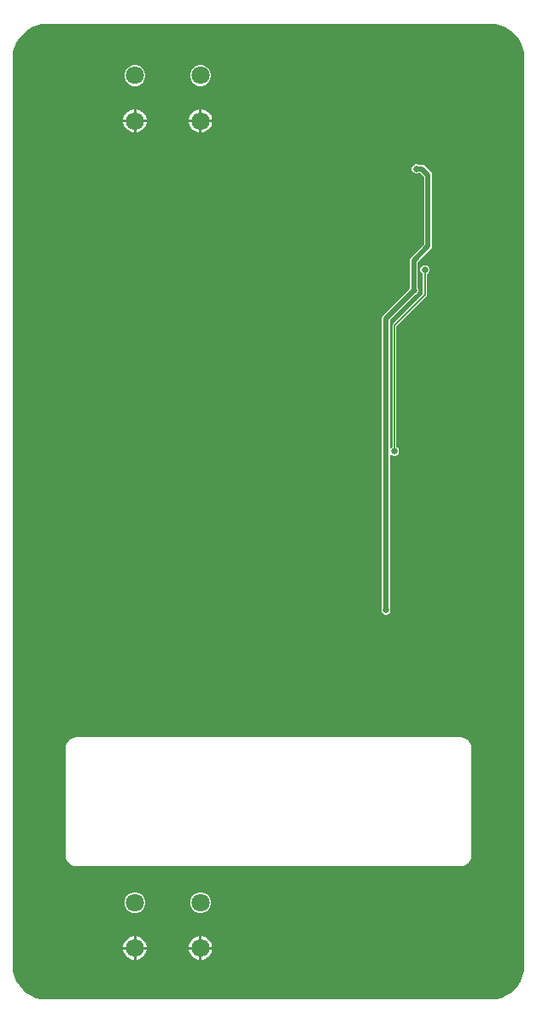
<source format=gbr>
%TF.GenerationSoftware,Altium Limited,Altium Designer,22.5.1 (42)*%
G04 Layer_Physical_Order=1*
G04 Layer_Color=6711008*
%FSLAX45Y45*%
%MOMM*%
%TF.SameCoordinates,2641221E-3FAC-4475-AA3C-923D0AF84551*%
%TF.FilePolarity,Positive*%
%TF.FileFunction,Copper,L1,Top,Signal*%
%TF.Part,Single*%
G01*
G75*
%TA.AperFunction,Conductor*%
%ADD10C,0.50800*%
%ADD11C,0.12700*%
%TA.AperFunction,ComponentPad*%
%ADD12C,1.80000*%
%TA.AperFunction,WasherPad*%
%ADD13C,6.50000*%
%TA.AperFunction,ViaPad*%
%ADD14C,0.64000*%
G36*
X2252650Y4832925D02*
X2304004Y4820596D01*
X2352798Y4800385D01*
X2397829Y4772790D01*
X2437989Y4738490D01*
X2472288Y4698330D01*
X2499883Y4653299D01*
X2520094Y4604506D01*
X2532423Y4553152D01*
X2535572Y4513143D01*
X2535711Y4500501D01*
D01*
X2535712Y4487811D01*
Y-4486809D01*
X2535711Y-4499499D01*
X2535711D01*
X2535572Y-4512141D01*
X2532423Y-4552150D01*
X2520094Y-4603504D01*
X2499883Y-4652298D01*
X2472288Y-4697329D01*
X2437989Y-4737488D01*
X2397829Y-4771788D01*
X2352798Y-4799383D01*
X2304004Y-4819594D01*
X2252650Y-4831923D01*
X2201734Y-4835930D01*
X2199999Y-4835212D01*
X-2200001D01*
X-2201736Y-4835930D01*
X-2252652Y-4831923D01*
X-2304006Y-4819594D01*
X-2352799Y-4799383D01*
X-2397830Y-4771788D01*
X-2437990Y-4737488D01*
X-2472290Y-4697329D01*
X-2499885Y-4652298D01*
X-2520096Y-4603504D01*
X-2532425Y-4552150D01*
X-2536432Y-4501235D01*
X-2535713Y-4499499D01*
X-2535713Y4500501D01*
X-2536432Y4502236D01*
X-2532425Y4553152D01*
X-2520096Y4604506D01*
X-2499885Y4653299D01*
X-2472290Y4698330D01*
X-2437990Y4738490D01*
X-2397830Y4772790D01*
X-2352799Y4800385D01*
X-2304006Y4820596D01*
X-2252652Y4832925D01*
X-2201736Y4836932D01*
X-2200001Y4836213D01*
X2199999D01*
X2201734Y4836932D01*
X2252650Y4832925D01*
D02*
G37*
%LPC*%
G36*
X-661479Y4427700D02*
X-688521D01*
X-714641Y4420701D01*
X-738059Y4407180D01*
X-757180Y4388059D01*
X-770701Y4364641D01*
X-777700Y4338521D01*
Y4311479D01*
X-770701Y4285359D01*
X-757180Y4261941D01*
X-738059Y4242820D01*
X-714641Y4229299D01*
X-688521Y4222300D01*
X-661479D01*
X-635359Y4229299D01*
X-611941Y4242820D01*
X-592819Y4261941D01*
X-579299Y4285359D01*
X-572300Y4311479D01*
Y4338521D01*
X-579299Y4364641D01*
X-592819Y4388059D01*
X-611941Y4407180D01*
X-635359Y4420701D01*
X-661479Y4427700D01*
D02*
G37*
G36*
X-1311479D02*
X-1338521D01*
X-1364641Y4420701D01*
X-1388059Y4407180D01*
X-1407181Y4388059D01*
X-1420701Y4364641D01*
X-1427700Y4338521D01*
Y4311479D01*
X-1420701Y4285359D01*
X-1407181Y4261941D01*
X-1388059Y4242820D01*
X-1364641Y4229299D01*
X-1338521Y4222300D01*
X-1311479D01*
X-1285359Y4229299D01*
X-1261941Y4242820D01*
X-1242820Y4261941D01*
X-1229299Y4285359D01*
X-1222300Y4311479D01*
Y4338521D01*
X-1229299Y4364641D01*
X-1242820Y4388059D01*
X-1261941Y4407180D01*
X-1285359Y4420701D01*
X-1311479Y4427700D01*
D02*
G37*
G36*
X-659807Y3990400D02*
X-662300D01*
Y3887700D01*
X-559600D01*
Y3890193D01*
X-567464Y3919543D01*
X-582657Y3945857D01*
X-604143Y3967343D01*
X-630457Y3982535D01*
X-659807Y3990400D01*
D02*
G37*
G36*
X-687700D02*
X-690193D01*
X-719543Y3982535D01*
X-745857Y3967343D01*
X-767343Y3945857D01*
X-782535Y3919543D01*
X-790400Y3890193D01*
Y3887700D01*
X-687700D01*
Y3990400D01*
D02*
G37*
G36*
X-1309807D02*
X-1312300D01*
Y3887700D01*
X-1209600D01*
Y3890193D01*
X-1217465Y3919543D01*
X-1232657Y3945857D01*
X-1254143Y3967343D01*
X-1280457Y3982535D01*
X-1309807Y3990400D01*
D02*
G37*
G36*
X-1337700D02*
X-1340193D01*
X-1369543Y3982535D01*
X-1395857Y3967343D01*
X-1417343Y3945857D01*
X-1432536Y3919543D01*
X-1440400Y3890193D01*
Y3887700D01*
X-1337700D01*
Y3990400D01*
D02*
G37*
G36*
X-559600Y3862300D02*
X-662300D01*
Y3759600D01*
X-659807D01*
X-630457Y3767464D01*
X-604143Y3782657D01*
X-582657Y3804143D01*
X-567464Y3830457D01*
X-559600Y3859807D01*
Y3862300D01*
D02*
G37*
G36*
X-687700D02*
X-790400D01*
Y3859807D01*
X-782535Y3830457D01*
X-767343Y3804143D01*
X-745857Y3782657D01*
X-719543Y3767464D01*
X-690193Y3759600D01*
X-687700D01*
Y3862300D01*
D02*
G37*
G36*
X-1209600D02*
X-1312300D01*
Y3759600D01*
X-1309807D01*
X-1280457Y3767464D01*
X-1254143Y3782657D01*
X-1232657Y3804143D01*
X-1217465Y3830457D01*
X-1209600Y3859807D01*
Y3862300D01*
D02*
G37*
G36*
X-1337700D02*
X-1440400D01*
Y3859807D01*
X-1432536Y3830457D01*
X-1417343Y3804143D01*
X-1395857Y3782657D01*
X-1369543Y3767464D01*
X-1340193Y3759600D01*
X-1337700D01*
Y3862300D01*
D02*
G37*
G36*
X1475242Y3444697D02*
X1457459D01*
X1441030Y3437892D01*
X1428456Y3425318D01*
X1421651Y3408889D01*
Y3391106D01*
X1428456Y3374677D01*
X1441030Y3362102D01*
X1457459Y3355297D01*
X1475242D01*
X1489373Y3361151D01*
X1505976D01*
X1542894Y3324233D01*
Y2647831D01*
X1411474Y2516412D01*
X1403054Y2503809D01*
X1400097Y2488943D01*
Y2216440D01*
X1395195Y2204606D01*
X1136738Y1946150D01*
X1128317Y1933547D01*
X1125360Y1918681D01*
Y-952444D01*
X1119507Y-966576D01*
Y-984358D01*
X1126312Y-1000787D01*
X1138886Y-1013362D01*
X1155315Y-1020167D01*
X1173098D01*
X1189527Y-1013362D01*
X1202101Y-1000787D01*
X1208906Y-984358D01*
Y-966576D01*
X1203053Y-952444D01*
Y565873D01*
X1215753Y571032D01*
X1224680Y562105D01*
X1241109Y555300D01*
X1258891D01*
X1275321Y562105D01*
X1287895Y574680D01*
X1294700Y591109D01*
Y608891D01*
X1287895Y625321D01*
X1275321Y637895D01*
X1269423Y640338D01*
Y1841955D01*
X1563733Y2136265D01*
X1563734Y2136266D01*
X1567945Y2142567D01*
X1569423Y2150000D01*
Y2359663D01*
X1575320Y2362105D01*
X1587895Y2374680D01*
X1594700Y2391109D01*
Y2408891D01*
X1587895Y2425321D01*
X1575320Y2437895D01*
X1558891Y2444700D01*
X1541109D01*
X1524679Y2437895D01*
X1512105Y2425321D01*
X1505300Y2408891D01*
Y2391109D01*
X1512105Y2374680D01*
X1524679Y2362105D01*
X1530577Y2359663D01*
Y2158045D01*
X1236266Y1863734D01*
X1232055Y1857433D01*
X1230577Y1850000D01*
Y640338D01*
X1224680Y637895D01*
X1215753Y628968D01*
X1203053Y634127D01*
Y1902590D01*
X1450132Y2149669D01*
X1464264Y2155523D01*
X1476838Y2168097D01*
X1483643Y2184526D01*
Y2202309D01*
X1477790Y2216440D01*
Y2472852D01*
X1609209Y2604271D01*
X1617629Y2616874D01*
X1620587Y2631740D01*
Y3340324D01*
X1617629Y3355190D01*
X1609209Y3367793D01*
X1549535Y3427466D01*
X1536933Y3435887D01*
X1522067Y3438844D01*
X1489373D01*
X1475242Y3444697D01*
D02*
G37*
G36*
X1900000Y-2235713D02*
X-1900000D01*
X-1900392Y-2235875D01*
X-1903279Y-2236255D01*
X-1909849Y-2236255D01*
X-1911150Y-2236794D01*
X-1912531Y-2236519D01*
X-1926719Y-2239341D01*
X-1929551Y-2239714D01*
X-1930436Y-2240080D01*
X-1931851Y-2240362D01*
X-1933022Y-2241144D01*
X-1934430D01*
X-1952629Y-2248682D01*
X-1953624Y-2249677D01*
X-1955005Y-2249952D01*
X-1956205Y-2250754D01*
X-1957088Y-2251120D01*
X-1959351Y-2252857D01*
X-1971383Y-2260896D01*
X-1972166Y-2262067D01*
X-1973466Y-2262606D01*
X-1978117Y-2267256D01*
X-1980735Y-2269265D01*
X-1982743Y-2271882D01*
X-1987395Y-2276534D01*
X-1987934Y-2277835D01*
X-1989105Y-2278617D01*
X-1997147Y-2290653D01*
X-1998880Y-2292912D01*
X-1999245Y-2293794D01*
X-2000049Y-2294996D01*
X-2000323Y-2296377D01*
X-2001319Y-2297372D01*
X-2008857Y-2315571D01*
Y-2316979D01*
X-2009639Y-2318150D01*
X-2009922Y-2319569D01*
X-2010286Y-2320449D01*
X-2010657Y-2323264D01*
X-2013482Y-2337469D01*
X-2013208Y-2338851D01*
X-2013747Y-2340152D01*
X-2013746Y-2346732D01*
X-2014125Y-2349608D01*
X-2014287Y-2350000D01*
Y-3400001D01*
X-2014125Y-3400392D01*
X-2013746Y-3403270D01*
X-2013746Y-3409851D01*
X-2013208Y-3411152D01*
X-2013482Y-3412534D01*
X-2010656Y-3426740D01*
X-2010286Y-3429552D01*
X-2009922Y-3430430D01*
X-2009639Y-3431853D01*
X-2008857Y-3433024D01*
Y-3434432D01*
X-2001319Y-3452630D01*
X-2000323Y-3453626D01*
X-2000048Y-3455007D01*
X-1999243Y-3456212D01*
X-1998880Y-3457089D01*
X-1997156Y-3459335D01*
X-1989105Y-3471385D01*
X-1987934Y-3472168D01*
X-1987395Y-3473468D01*
X-1982737Y-3478126D01*
X-1980735Y-3480735D01*
X-1978125Y-3482738D01*
X-1973466Y-3487397D01*
X-1972166Y-3487936D01*
X-1971383Y-3489106D01*
X-1959334Y-3497157D01*
X-1957088Y-3498880D01*
X-1956211Y-3499244D01*
X-1955005Y-3500050D01*
X-1953624Y-3500324D01*
X-1952628Y-3501320D01*
X-1934429Y-3508858D01*
X-1933021D01*
X-1931851Y-3509640D01*
X-1930429Y-3509923D01*
X-1929551Y-3510287D01*
X-1926739Y-3510657D01*
X-1912531Y-3513483D01*
X-1911150Y-3513208D01*
X-1909849Y-3513747D01*
X-1903269Y-3513747D01*
X-1900392Y-3514126D01*
X-1900000Y-3514288D01*
X1900000Y-3514288D01*
X1900392Y-3514125D01*
X1903267Y-3513747D01*
X1909848Y-3513747D01*
X1911149Y-3513208D01*
X1912530Y-3513483D01*
X1926746Y-3510656D01*
X1929551Y-3510286D01*
X1930427Y-3509924D01*
X1931851Y-3509640D01*
X1933021Y-3508858D01*
X1934429D01*
X1952629Y-3501320D01*
X1953624Y-3500324D01*
X1955005Y-3500050D01*
X1956214Y-3499242D01*
X1957089Y-3498880D01*
X1959327Y-3497162D01*
X1971384Y-3489107D01*
X1972166Y-3487936D01*
X1973467Y-3487397D01*
X1978129Y-3482735D01*
X1980735Y-3480735D01*
X1982735Y-3478129D01*
X1987396Y-3473468D01*
X1987935Y-3472167D01*
X1989106Y-3471384D01*
X1997164Y-3459325D01*
X1998880Y-3457088D01*
X1999242Y-3456215D01*
X2000050Y-3455006D01*
X2000324Y-3453625D01*
X2001320Y-3452629D01*
X2008858Y-3434430D01*
Y-3433022D01*
X2009640Y-3431851D01*
X2009923Y-3430429D01*
X2010286Y-3429551D01*
X2010656Y-3426740D01*
X2013482Y-3412531D01*
X2013208Y-3411150D01*
X2013747Y-3409849D01*
X2013746Y-3403271D01*
X2014125Y-3400392D01*
X2014288Y-3400000D01*
Y-2350000D01*
X2014125Y-2349608D01*
X2013746Y-2346729D01*
X2013746Y-2340152D01*
X2013208Y-2338851D01*
X2013482Y-2337470D01*
X2010657Y-2323266D01*
X2010286Y-2320449D01*
X2009922Y-2319569D01*
X2009640Y-2318150D01*
X2008857Y-2316979D01*
Y-2315571D01*
X2001319Y-2297372D01*
X2000323Y-2296376D01*
X2000049Y-2294995D01*
X1999244Y-2293790D01*
X1998880Y-2292912D01*
X1997154Y-2290663D01*
X1989105Y-2278616D01*
X1987935Y-2277834D01*
X1987396Y-2276533D01*
X1982739Y-2271877D01*
X1980735Y-2269265D01*
X1978124Y-2267261D01*
X1973467Y-2262604D01*
X1972166Y-2262065D01*
X1971384Y-2260895D01*
X1959337Y-2252846D01*
X1957089Y-2251120D01*
X1956210Y-2250756D01*
X1955005Y-2249951D01*
X1953624Y-2249676D01*
X1952628Y-2248681D01*
X1934429Y-2241143D01*
X1933021D01*
X1931850Y-2240361D01*
X1930431Y-2240078D01*
X1929551Y-2239714D01*
X1926734Y-2239343D01*
X1912530Y-2236518D01*
X1911150Y-2236793D01*
X1909849Y-2236254D01*
X1903272Y-2236254D01*
X1900392Y-2235875D01*
X1900000Y-2235713D01*
D02*
G37*
G36*
X-661479Y-3772300D02*
X-688521D01*
X-714641Y-3779299D01*
X-738059Y-3792819D01*
X-757180Y-3811941D01*
X-770701Y-3835359D01*
X-777700Y-3861479D01*
Y-3888521D01*
X-770701Y-3914641D01*
X-757180Y-3938059D01*
X-738059Y-3957180D01*
X-714641Y-3970701D01*
X-688521Y-3977700D01*
X-661479D01*
X-635359Y-3970701D01*
X-611941Y-3957180D01*
X-592819Y-3938059D01*
X-579299Y-3914641D01*
X-572300Y-3888521D01*
Y-3861479D01*
X-579299Y-3835359D01*
X-592819Y-3811941D01*
X-611941Y-3792819D01*
X-635359Y-3779299D01*
X-661479Y-3772300D01*
D02*
G37*
G36*
X-1311479D02*
X-1338521D01*
X-1364641Y-3779299D01*
X-1388059Y-3792819D01*
X-1407181Y-3811941D01*
X-1420701Y-3835359D01*
X-1427700Y-3861479D01*
Y-3888521D01*
X-1420701Y-3914641D01*
X-1407181Y-3938059D01*
X-1388059Y-3957180D01*
X-1364641Y-3970701D01*
X-1338521Y-3977700D01*
X-1311479D01*
X-1285359Y-3970701D01*
X-1261941Y-3957180D01*
X-1242820Y-3938059D01*
X-1229299Y-3914641D01*
X-1222300Y-3888521D01*
Y-3861479D01*
X-1229299Y-3835359D01*
X-1242820Y-3811941D01*
X-1261941Y-3792819D01*
X-1285359Y-3779299D01*
X-1311479Y-3772300D01*
D02*
G37*
G36*
X-659807Y-4209600D02*
X-662300D01*
Y-4312300D01*
X-559600D01*
Y-4309807D01*
X-567464Y-4280457D01*
X-582657Y-4254143D01*
X-604143Y-4232657D01*
X-630457Y-4217465D01*
X-659807Y-4209600D01*
D02*
G37*
G36*
X-687700D02*
X-690193D01*
X-719543Y-4217465D01*
X-745857Y-4232657D01*
X-767343Y-4254143D01*
X-782535Y-4280457D01*
X-790400Y-4309807D01*
Y-4312300D01*
X-687700D01*
Y-4209600D01*
D02*
G37*
G36*
X-1309807D02*
X-1312300D01*
Y-4312300D01*
X-1209600D01*
Y-4309807D01*
X-1217465Y-4280457D01*
X-1232657Y-4254143D01*
X-1254143Y-4232657D01*
X-1280457Y-4217465D01*
X-1309807Y-4209600D01*
D02*
G37*
G36*
X-1337700D02*
X-1340193D01*
X-1369543Y-4217465D01*
X-1395857Y-4232657D01*
X-1417343Y-4254143D01*
X-1432536Y-4280457D01*
X-1440400Y-4309807D01*
Y-4312300D01*
X-1337700D01*
Y-4209600D01*
D02*
G37*
G36*
X-559600Y-4337700D02*
X-662300D01*
Y-4440400D01*
X-659807D01*
X-630457Y-4432535D01*
X-604143Y-4417343D01*
X-582657Y-4395857D01*
X-567464Y-4369543D01*
X-559600Y-4340193D01*
Y-4337700D01*
D02*
G37*
G36*
X-687700D02*
X-790400D01*
Y-4340193D01*
X-782535Y-4369543D01*
X-767343Y-4395857D01*
X-745857Y-4417343D01*
X-719543Y-4432535D01*
X-690193Y-4440400D01*
X-687700D01*
Y-4337700D01*
D02*
G37*
G36*
X-1209600D02*
X-1312300D01*
Y-4440400D01*
X-1309807D01*
X-1280457Y-4432535D01*
X-1254143Y-4417343D01*
X-1232657Y-4395857D01*
X-1217465Y-4369543D01*
X-1209600Y-4340193D01*
Y-4337700D01*
D02*
G37*
G36*
X-1337700D02*
X-1440400D01*
Y-4340193D01*
X-1432536Y-4369543D01*
X-1417343Y-4395857D01*
X-1395857Y-4417343D01*
X-1369543Y-4432535D01*
X-1340193Y-4440400D01*
X-1337700D01*
Y-4337700D01*
D02*
G37*
%LPD*%
D10*
X1164206Y1918681D02*
X1438943Y2193418D01*
X1164206Y-975467D02*
Y1918681D01*
X1438943Y2193418D02*
Y2488943D01*
X1581740Y2631740D01*
Y3340324D01*
X1522067Y3399997D02*
X1581740Y3340324D01*
X1466351Y3399997D02*
X1522067D01*
D11*
X1250000Y600000D02*
Y1850000D01*
X1550000Y2150000D02*
Y2400000D01*
X1250000Y1850000D02*
X1550000Y2150000D01*
D12*
X-1325000Y-3875000D02*
D03*
X-675000D02*
D03*
X-1325000Y-4325000D02*
D03*
X-675000D02*
D03*
X-1325000Y4325000D02*
D03*
X-675000D02*
D03*
X-1325000Y3875000D02*
D03*
X-675000D02*
D03*
D13*
X-2200001Y4500501D02*
D03*
X2199999D02*
D03*
Y-4499499D02*
D03*
X-2200001D02*
D03*
D14*
X450000Y50000D02*
D03*
X750000D02*
D03*
X1438943Y2193418D02*
D03*
X1466351Y3399997D02*
D03*
X1164206Y-975467D02*
D03*
X1466351Y3299990D02*
D03*
Y3099990D02*
D03*
X946140Y3325000D02*
D03*
Y3125000D02*
D03*
Y3025000D02*
D03*
Y2925000D02*
D03*
Y2825000D02*
D03*
Y2625000D02*
D03*
Y2475000D02*
D03*
X931698Y283681D02*
D03*
X-1164206Y-975468D02*
D03*
X-885794D02*
D03*
X1450000Y-850000D02*
D03*
X-1450000D02*
D03*
X1250000Y600000D02*
D03*
X1550000Y2400000D02*
D03*
%TF.MD5,5e7f5bf01773cf2b71c3f4a468bf13ba*%
M02*

</source>
